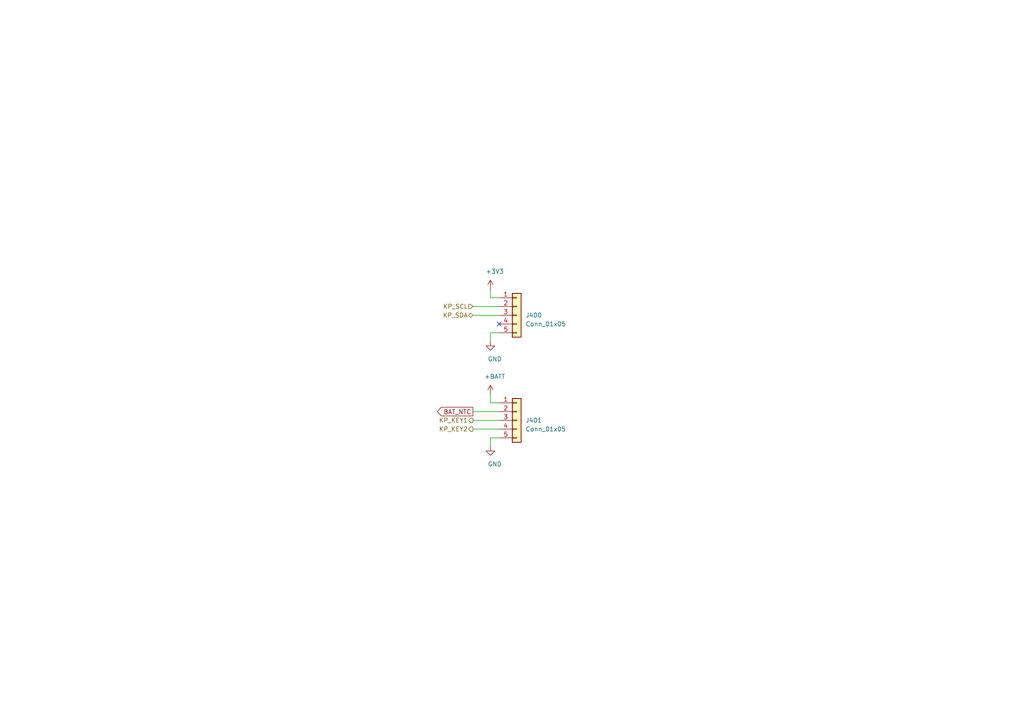
<source format=kicad_sch>
(kicad_sch (version 20210126) (generator eeschema)
  (paper "A4")
  (title_block (title "InuCal") (date "2020-06-30") (rev "R0.1") (company "Wenting Zhang") (comment 1 "zephray@outlook.com"))
  (lib_symbols
    (symbol "Connector_Generic:Conn_01x05" (pin_names (offset 1.016) hide)
      (property "Reference" "J" (at 0 7.62 0))
      (property "Value" "Conn_01x05" (at 0 -7.62 0))
      (symbol "Conn_01x05_1_1"
        (rectangle (start -1.27 -4.953) (end 0 -5.207) (stroke (width 0.1524)))
        (rectangle (start -1.27 -2.413) (end 0 -2.667) (stroke (width 0.1524)))
        (rectangle (start -1.27 2.667) (end 0 2.413) (stroke (width 0.1524)))
        (rectangle (start -1.27 5.207) (end 0 4.953) (stroke (width 0.1524)))
        (rectangle (start -1.27 6.35) (end 1.27 -6.35) (stroke (width 0.254)) (fill (type background)))
        (rectangle (start -1.27 0.127) (end 0 -0.127) (stroke (width 0.1524)))
        (pin passive line (at -5.08 5.08 0) (length 3.81) (name "Pin_1") (number "1"))
        (pin passive line (at -5.08 2.54 0) (length 3.81) (name "Pin_2") (number "2"))
        (pin passive line (at -5.08 0 0) (length 3.81) (name "Pin_3") (number "3"))
        (pin passive line (at -5.08 -2.54 0) (length 3.81) (name "Pin_4") (number "4"))
        (pin passive line (at -5.08 -5.08 0) (length 3.81) (name "Pin_5") (number "5"))
      )
    )
    (symbol "power:+3V3" (power) (pin_names (offset 0))
      (property "Value" "+3V3" (at 0 3.556 0))
      (symbol "+3V3_0_1"
        (polyline (pts (xy -0.762 1.27) (xy 0 2.54)))
        (polyline (pts (xy 0 0) (xy 0 2.54)))
        (polyline (pts (xy 0 2.54) (xy 0.762 1.27)))
      )
      (symbol "+3V3_1_1"
        (pin power_in line (at 0 0 90) (length 0) hide (name "+3V3") (number "1"))
      )
    )
    (symbol "power:+BATT" (power) (pin_names (offset 0))
      (property "Value" "+BATT" (at 0 3.556 0))
      (symbol "+BATT_0_1"
        (polyline (pts (xy -0.762 1.27) (xy 0 2.54)))
        (polyline (pts (xy 0 0) (xy 0 2.54)))
        (polyline (pts (xy 0 2.54) (xy 0.762 1.27)))
      )
      (symbol "+BATT_1_1"
        (pin power_in line (at 0 0 90) (length 0) hide (name "+BATT") (number "1"))
      )
    )
    (symbol "power:GND" (power) (pin_names (offset 0))
      (property "Value" "GND" (at 0 -3.81 0))
      (symbol "GND_0_1"
        (polyline (pts (xy 0 0) (xy 0 -1.27) (xy 1.27 -1.27) (xy 0 -2.54) (xy -1.27 -1.27) (xy 0 -1.27)))
      )
      (symbol "GND_1_1"
        (pin power_in line (at 0 0 270) (length 0) hide (name "GND") (number "1"))
      )
    )
  )
  (no_connect (at 144.78 93.98))
  (wire (pts (xy 137.16 88.9) (xy 144.78 88.9)))
  (wire (pts (xy 137.16 91.44) (xy 144.78 91.44)))
  (wire (pts (xy 137.16 119.38) (xy 144.78 119.38)))
  (wire (pts (xy 137.16 121.92) (xy 144.78 121.92)))
  (wire (pts (xy 137.16 124.46) (xy 144.78 124.46)))
  (wire (pts (xy 142.24 86.36) (xy 142.24 83.82)))
  (wire (pts (xy 142.24 96.52) (xy 144.78 96.52)))
  (wire (pts (xy 142.24 99.06) (xy 142.24 96.52)))
  (wire (pts (xy 142.24 114.3) (xy 142.24 116.84)))
  (wire (pts (xy 142.24 116.84) (xy 144.78 116.84)))
  (wire (pts (xy 142.24 127) (xy 144.78 127)))
  (wire (pts (xy 142.24 129.54) (xy 142.24 127)))
  (wire (pts (xy 144.78 86.36) (xy 142.24 86.36)))
  (global_label "BAT_NTC" (shape output) (at 137.16 119.38 180) (property "Intersheet References" "${INTERSHEET_REFS}" (effects hide)))
  (hierarchical_label "KP_SCL" (shape input) (at 137.16 88.9 180))
  (hierarchical_label "KP_SDA" (shape bidirectional) (at 137.16 91.44 180))
  (hierarchical_label "KP_KEY1" (shape output) (at 137.16 121.92 180))
  (hierarchical_label "KP_KEY2" (shape output) (at 137.16 124.46 180))
  (symbol (lib_id "power:+3V3") (at 142.24 83.82 0) (unit 1)
    (property "Reference" "#PWR?" (effects hide))
    (property "Value" "+3V3" (at 143.51 78.74 0))
  )
  (symbol (lib_id "power:+BATT") (at 142.24 114.3 0) (unit 1)
    (property "Reference" "#PWR?" (effects hide))
    (property "Value" "+BATT" (at 143.51 109.22 0))
  )
  (symbol (lib_id "power:GND") (at 142.24 99.06 0) (unit 1)
    (property "Reference" "#PWR?" (effects hide))
    (property "Value" "GND" (at 143.51 104.14 0))
  )
  (symbol (lib_id "power:GND") (at 142.24 129.54 0) (unit 1)
    (property "Reference" "#PWR?" (effects hide))
    (property "Value" "GND" (at 143.51 134.62 0))
  )
  (symbol (lib_id "Connector_Generic:Conn_01x05") (at 149.86 91.44 0) (unit 1)
    (property "Reference" "J400" (at 152.4 91.44 0) (effects (justify left)))
    (property "Value" "Conn_01x05" (at 152.4 93.98 0) (effects (justify left)))
  )
  (symbol (lib_id "Connector_Generic:Conn_01x05") (at 149.86 121.92 0) (unit 1)
    (property "Reference" "J401" (at 152.4 121.92 0) (effects (justify left)))
    (property "Value" "Conn_01x05" (at 152.4 124.46 0) (effects (justify left)))
  )
)
</source>
